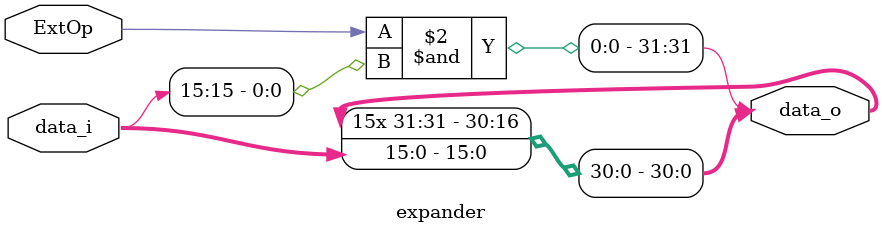
<source format=v>
`timescale 1ns/1ns

module expander(
	input wire [width-1:0]	data_i,
	input wire 		ExtOp,
	output reg [31:0]	data_o
);
parameter width = 16;

always @(*)
begin
	data_o = {{(32-width){(ExtOp & data_i[width-1])}}, data_i[width-1:0]};
end
	
endmodule
			

</source>
